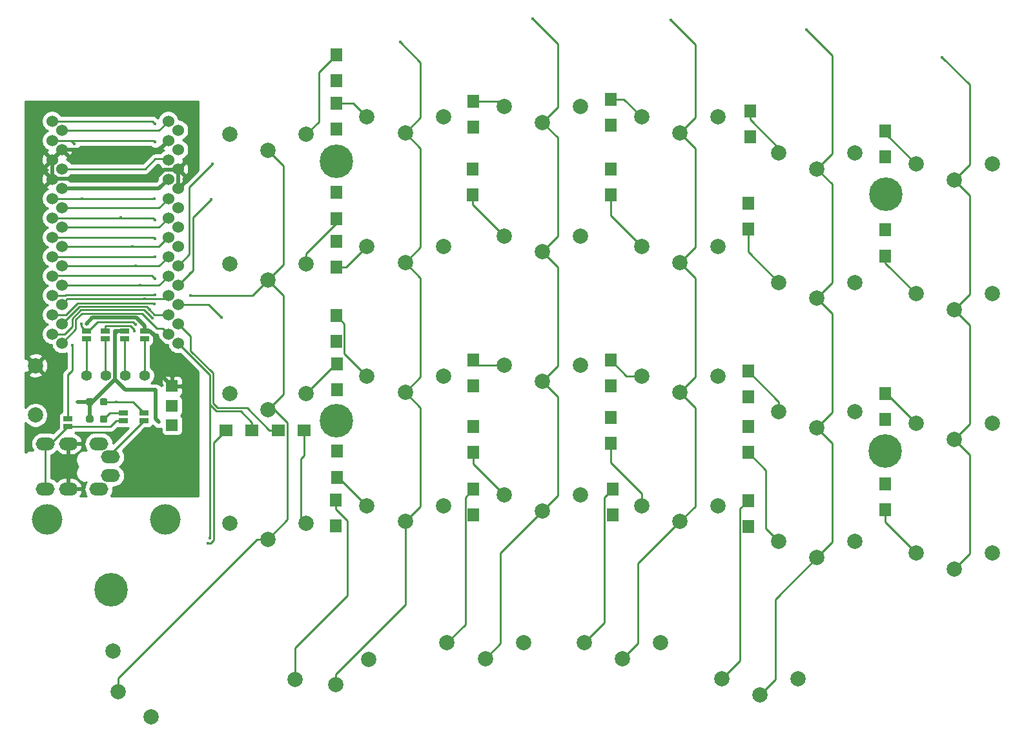
<source format=gtl>
G04 #@! TF.GenerationSoftware,KiCad,Pcbnew,5.1.9*
G04 #@! TF.CreationDate,2021-04-10T12:49:15-07:00*
G04 #@! TF.ProjectId,SofleKeyboard,536f666c-654b-4657-9962-6f6172642e6b,rev?*
G04 #@! TF.SameCoordinates,Original*
G04 #@! TF.FileFunction,Copper,L1,Top*
G04 #@! TF.FilePolarity,Positive*
%FSLAX46Y46*%
G04 Gerber Fmt 4.6, Leading zero omitted, Abs format (unit mm)*
G04 Created by KiCad (PCBNEW 5.1.9) date 2021-04-10 12:49:15*
%MOMM*%
%LPD*%
G01*
G04 APERTURE LIST*
G04 #@! TA.AperFunction,SMDPad,CuDef*
%ADD10R,1.143000X0.635000*%
G04 #@! TD*
G04 #@! TA.AperFunction,ComponentPad*
%ADD11C,4.000000*%
G04 #@! TD*
G04 #@! TA.AperFunction,ComponentPad*
%ADD12C,1.524000*%
G04 #@! TD*
G04 #@! TA.AperFunction,ComponentPad*
%ADD13C,2.000000*%
G04 #@! TD*
G04 #@! TA.AperFunction,ComponentPad*
%ADD14C,1.397000*%
G04 #@! TD*
G04 #@! TA.AperFunction,ComponentPad*
%ADD15R,1.524000X1.524000*%
G04 #@! TD*
G04 #@! TA.AperFunction,ComponentPad*
%ADD16O,2.500000X1.700000*%
G04 #@! TD*
G04 #@! TA.AperFunction,ComponentPad*
%ADD17C,0.700000*%
G04 #@! TD*
G04 #@! TA.AperFunction,ComponentPad*
%ADD18C,4.400000*%
G04 #@! TD*
G04 #@! TA.AperFunction,ComponentPad*
%ADD19R,1.500000X1.800000*%
G04 #@! TD*
G04 #@! TA.AperFunction,ComponentPad*
%ADD20R,1.800000X1.500000*%
G04 #@! TD*
G04 #@! TA.AperFunction,ViaPad*
%ADD21C,0.400000*%
G04 #@! TD*
G04 #@! TA.AperFunction,Conductor*
%ADD22C,0.250000*%
G04 #@! TD*
G04 #@! TA.AperFunction,Conductor*
%ADD23C,0.500000*%
G04 #@! TD*
G04 #@! TA.AperFunction,Conductor*
%ADD24C,0.254000*%
G04 #@! TD*
G04 #@! TA.AperFunction,Conductor*
%ADD25C,0.100000*%
G04 #@! TD*
G04 APERTURE END LIST*
D10*
X103746996Y-93725873D03*
X103746996Y-92725113D03*
X106496996Y-92725113D03*
X106496996Y-93725873D03*
X96500000Y-93500000D03*
X96500000Y-94500760D03*
D11*
X93756996Y-106698013D03*
X109256996Y-106698013D03*
G04 #@! TA.AperFunction,SMDPad,CuDef*
G36*
G01*
X98896268Y-93747478D02*
X98896268Y-93272478D01*
G75*
G02*
X99133768Y-93034978I237500J0D01*
G01*
X99633768Y-93034978D01*
G75*
G02*
X99871268Y-93272478I0J-237500D01*
G01*
X99871268Y-93747478D01*
G75*
G02*
X99633768Y-93984978I-237500J0D01*
G01*
X99133768Y-93984978D01*
G75*
G02*
X98896268Y-93747478I0J237500D01*
G01*
G37*
G04 #@! TD.AperFunction*
G04 #@! TA.AperFunction,SMDPad,CuDef*
G36*
G01*
X100721268Y-93747478D02*
X100721268Y-93272478D01*
G75*
G02*
X100958768Y-93034978I237500J0D01*
G01*
X101458768Y-93034978D01*
G75*
G02*
X101696268Y-93272478I0J-237500D01*
G01*
X101696268Y-93747478D01*
G75*
G02*
X101458768Y-93984978I-237500J0D01*
G01*
X100958768Y-93984978D01*
G75*
G02*
X100721268Y-93747478I0J237500D01*
G01*
G37*
G04 #@! TD.AperFunction*
D12*
X109676996Y-54428013D03*
X109676996Y-56968013D03*
X109676996Y-59508013D03*
X109676996Y-62048013D03*
X109676996Y-64588013D03*
X109676996Y-67128013D03*
X109676996Y-69668013D03*
X109676996Y-72208013D03*
X109676996Y-74748013D03*
X109676996Y-77288013D03*
X109676996Y-79828013D03*
X109676996Y-82368013D03*
X94436996Y-82368013D03*
X94436996Y-79828013D03*
X94436996Y-77288013D03*
X94436996Y-74748013D03*
X94436996Y-72208013D03*
X94436996Y-69668013D03*
X94436996Y-67128013D03*
X94436996Y-64588013D03*
X94436996Y-62048013D03*
X94436996Y-59508013D03*
X94436996Y-56968013D03*
X94436996Y-54428013D03*
X110975811Y-65783758D03*
X110975811Y-70863758D03*
X95735811Y-55623758D03*
X110975811Y-58163758D03*
X110975811Y-81023758D03*
X95735811Y-83563758D03*
X110975811Y-73403758D03*
X110975811Y-75943758D03*
X95735811Y-73403758D03*
X95735811Y-78483758D03*
X95735811Y-65783758D03*
X95735811Y-63243758D03*
X95735811Y-58163758D03*
X95735811Y-68323758D03*
X110975811Y-83563758D03*
X95735811Y-75943758D03*
X110975811Y-55623758D03*
X110975811Y-60703758D03*
X95735811Y-81023758D03*
X110975811Y-63243758D03*
X110975811Y-68323758D03*
X95735811Y-70863758D03*
X110975811Y-78483758D03*
X95735811Y-60703758D03*
D13*
X92256996Y-86500000D03*
X92256996Y-93000000D03*
D10*
X101456996Y-82998393D03*
X101456996Y-81997633D03*
D14*
X98956996Y-87798013D03*
X101496996Y-87798013D03*
X104036996Y-87798013D03*
X106576996Y-87798013D03*
D15*
X110156996Y-89198013D03*
X110156996Y-91798013D03*
X110156996Y-94298013D03*
D10*
X98956996Y-82998393D03*
X98956996Y-81997633D03*
X106556996Y-82998393D03*
X106556996Y-81997633D03*
X103956996Y-82998393D03*
X103956996Y-81997633D03*
D16*
X102056996Y-100948013D03*
X100556996Y-96748013D03*
X96556996Y-96748013D03*
X93556996Y-96748013D03*
X96556996Y-102698013D03*
X93556996Y-102698013D03*
X102056996Y-98498013D03*
X100556996Y-102698013D03*
G04 #@! TA.AperFunction,SMDPad,CuDef*
G36*
G01*
X98896268Y-91497478D02*
X98896268Y-91022478D01*
G75*
G02*
X99133768Y-90784978I237500J0D01*
G01*
X99633768Y-90784978D01*
G75*
G02*
X99871268Y-91022478I0J-237500D01*
G01*
X99871268Y-91497478D01*
G75*
G02*
X99633768Y-91734978I-237500J0D01*
G01*
X99133768Y-91734978D01*
G75*
G02*
X98896268Y-91497478I0J237500D01*
G01*
G37*
G04 #@! TD.AperFunction*
G04 #@! TA.AperFunction,SMDPad,CuDef*
G36*
G01*
X100721268Y-91497478D02*
X100721268Y-91022478D01*
G75*
G02*
X100958768Y-90784978I237500J0D01*
G01*
X101458768Y-90784978D01*
G75*
G02*
X101696268Y-91022478I0J-237500D01*
G01*
X101696268Y-91497478D01*
G75*
G02*
X101458768Y-91734978I-237500J0D01*
G01*
X100958768Y-91734978D01*
G75*
G02*
X100721268Y-91497478I0J237500D01*
G01*
G37*
G04 #@! TD.AperFunction*
D13*
X127747000Y-56178100D03*
X122747000Y-58278100D03*
X117747000Y-56178100D03*
D17*
X204823722Y-96581287D03*
X203656996Y-96098013D03*
X202490270Y-96581287D03*
X202006996Y-97748013D03*
X202490270Y-98914739D03*
X203656996Y-99398013D03*
X204823722Y-98914739D03*
X205306996Y-97748013D03*
D18*
X203656996Y-97748013D03*
D17*
X204913722Y-62858386D03*
X203746996Y-62375112D03*
X202580270Y-62858386D03*
X202096996Y-64025112D03*
X202580270Y-65191838D03*
X203746996Y-65675112D03*
X204913722Y-65191838D03*
X205396996Y-64025112D03*
D18*
X203746996Y-64025112D03*
D13*
X127747000Y-90178100D03*
X122747000Y-92278100D03*
X117747000Y-90178100D03*
X163747000Y-103478100D03*
X158747000Y-105578100D03*
X153747000Y-103478100D03*
X217747000Y-77078100D03*
X212747000Y-79178100D03*
X207747000Y-77078100D03*
X199747000Y-109578100D03*
X194747000Y-111678100D03*
X189747000Y-109578100D03*
X181747000Y-53878100D03*
X176747000Y-55978100D03*
X171747000Y-53878100D03*
X199747000Y-92578100D03*
X194747000Y-94678100D03*
X189747000Y-92578100D03*
D17*
X101040266Y-114785996D03*
X100556992Y-115952722D03*
X101040266Y-117119448D03*
X102206992Y-117602722D03*
X103373718Y-117119448D03*
X103856992Y-115952722D03*
X103373718Y-114785996D03*
X102206992Y-114302722D03*
D18*
X102206992Y-115952722D03*
D13*
X145747000Y-87878100D03*
X140747000Y-89978100D03*
X135747000Y-87878100D03*
X181747000Y-70878100D03*
X176747000Y-72978100D03*
X171747000Y-70878100D03*
X145747000Y-70878100D03*
X140747000Y-72978100D03*
X135747000Y-70878100D03*
X181747000Y-104878100D03*
X176747000Y-106978100D03*
X171747000Y-104878100D03*
X217747000Y-94078100D03*
X212747000Y-96178100D03*
X207747000Y-94078100D03*
X163747000Y-86478100D03*
X158747000Y-88578100D03*
X153747000Y-86478100D03*
X163747000Y-69478100D03*
X158747000Y-71578100D03*
X153747000Y-69478100D03*
X199747000Y-75578100D03*
X194747000Y-77678100D03*
X189747000Y-75578100D03*
X145747000Y-53878100D03*
X140747000Y-55978100D03*
X135747000Y-53878100D03*
X107416099Y-132578140D03*
X103097446Y-129298013D03*
X102416099Y-123917886D03*
X192247000Y-127578100D03*
X187247000Y-129678100D03*
X182247000Y-127578100D03*
X217747000Y-60078100D03*
X212747000Y-62178100D03*
X207747000Y-60078100D03*
X217747000Y-111078100D03*
X212747000Y-113178100D03*
X207747000Y-111078100D03*
X181747000Y-87878100D03*
X176747000Y-89978100D03*
X171747000Y-87878100D03*
X145747000Y-104878100D03*
X140747000Y-106978100D03*
X135747000Y-104878100D03*
D17*
X132913722Y-92558387D03*
X131746996Y-92075113D03*
X130580270Y-92558387D03*
X130096996Y-93725113D03*
X130580270Y-94891839D03*
X131746996Y-95375113D03*
X132913722Y-94891839D03*
X133396996Y-93725113D03*
D18*
X131746996Y-93725113D03*
D13*
X127747000Y-107178100D03*
X122747000Y-109278100D03*
X117747000Y-107178100D03*
X199747000Y-58578100D03*
X194747000Y-60678100D03*
X189747000Y-58578100D03*
X135940142Y-125074423D03*
X131654032Y-128396962D03*
X126280883Y-127662613D03*
X156247000Y-122878100D03*
X151247000Y-124978100D03*
X146247000Y-122878100D03*
X174247000Y-122878100D03*
X169247000Y-124978100D03*
X164247000Y-122878100D03*
X127747000Y-73178100D03*
X122747000Y-75278100D03*
X117747000Y-73178100D03*
X163747000Y-52478100D03*
X158747000Y-54578100D03*
X153747000Y-52478100D03*
D17*
X132913722Y-58558387D03*
X131746996Y-58075113D03*
X130580270Y-58558387D03*
X130096996Y-59725113D03*
X130580270Y-60891839D03*
X131746996Y-61375113D03*
X132913722Y-60891839D03*
X133396996Y-59725113D03*
D18*
X131746996Y-59725113D03*
D19*
X167956992Y-102702722D03*
X167956992Y-106102722D03*
X149706992Y-102702722D03*
X149706992Y-106102722D03*
X131606992Y-104152722D03*
X131606992Y-107552722D03*
D20*
X117250000Y-95000000D03*
X120650000Y-95000000D03*
D19*
X203706992Y-105452722D03*
X203706992Y-102052722D03*
X185706992Y-97902722D03*
X185706992Y-94502722D03*
X167706992Y-96702722D03*
X167706992Y-93302722D03*
X149706992Y-97902722D03*
X149706992Y-94502722D03*
X131806992Y-101152722D03*
X131806992Y-97752722D03*
D20*
X127500000Y-95000000D03*
X124100000Y-95000000D03*
D19*
X203706992Y-90202722D03*
X203706992Y-93602722D03*
X185706992Y-87202722D03*
X185706992Y-90602722D03*
X167706992Y-85802722D03*
X167706992Y-89202722D03*
X149706992Y-85802722D03*
X149706992Y-89202722D03*
X131706992Y-79952722D03*
X131706992Y-83352722D03*
X131806992Y-86252722D03*
X131806992Y-89652722D03*
X203706992Y-72102722D03*
X203706992Y-68702722D03*
X185706992Y-68602722D03*
X185706992Y-65202722D03*
X167706992Y-64102722D03*
X167706992Y-60702722D03*
X149600000Y-64102722D03*
X149600000Y-60702722D03*
X131706992Y-73602722D03*
X131706992Y-70202722D03*
X131706992Y-67202722D03*
X131706992Y-63802722D03*
X203731992Y-55702722D03*
X203731992Y-59102722D03*
X185956992Y-53052722D03*
X185956992Y-56452722D03*
X167706992Y-51552722D03*
X167706992Y-54952722D03*
X149706992Y-51802722D03*
X149706992Y-55202722D03*
X131706992Y-52052722D03*
X131706992Y-55452722D03*
X131706992Y-45702722D03*
X131706992Y-49102722D03*
X185706992Y-104202722D03*
X185706992Y-107602722D03*
D21*
X107584829Y-80270182D03*
X115106992Y-109152722D03*
X107956996Y-72198013D03*
X115506992Y-60052722D03*
X107956996Y-75098013D03*
X115306992Y-64652722D03*
X107956996Y-77198013D03*
X116656992Y-80202722D03*
X107856996Y-78398013D03*
X114879120Y-109819440D03*
X102656996Y-63243758D03*
X102657004Y-81998013D03*
X108456996Y-93898013D03*
X97756268Y-91259978D03*
X98956996Y-80998013D03*
X99156996Y-58163758D03*
X99156996Y-61998013D03*
X108956996Y-87898013D03*
X104931996Y-70863758D03*
X211186992Y-46042722D03*
X105431996Y-73403758D03*
X193356992Y-42422722D03*
X105956996Y-75943758D03*
X175556992Y-41137732D03*
X106556996Y-77773013D03*
X157456992Y-41002722D03*
X107256996Y-79198013D03*
X140106992Y-44052722D03*
X107856996Y-64598013D03*
X98306996Y-81003860D03*
X98356996Y-64588013D03*
X105356996Y-81098013D03*
X101208768Y-93509978D03*
X107957002Y-54798013D03*
X107957014Y-67398013D03*
X103456996Y-67098013D03*
X105256996Y-81998013D03*
X102836268Y-91259978D03*
X107956988Y-69898013D03*
X97356996Y-57398013D03*
X107956996Y-57198013D03*
X97056996Y-83798013D03*
X112556996Y-77298013D03*
D22*
X129422001Y-54503099D02*
X127747000Y-56178100D01*
X129422001Y-47987713D02*
X129422001Y-54503099D01*
X131706992Y-45702722D02*
X129422001Y-47987713D01*
X106512682Y-79198035D02*
X107584829Y-80270182D01*
X97056996Y-81398013D02*
X97056996Y-80338983D01*
X97056996Y-80338983D02*
X98197944Y-79198035D01*
X98197944Y-79198035D02*
X106512682Y-79198035D01*
X94436996Y-82368013D02*
X96086996Y-82368013D01*
X96086996Y-82368013D02*
X97056996Y-81398013D01*
X115106992Y-91628642D02*
X115106992Y-91096372D01*
X115983039Y-92504689D02*
X115106992Y-91628642D01*
X119154690Y-92504690D02*
X115983039Y-92504689D01*
X120650000Y-94000000D02*
X119154690Y-92504690D01*
X120650000Y-95000000D02*
X120650000Y-94000000D01*
X115106992Y-109152722D02*
X115106992Y-91096372D01*
X115106992Y-87694940D02*
X114861526Y-87449474D01*
X115106992Y-91096372D02*
X115106992Y-87694940D01*
X114861526Y-87449474D02*
X110975811Y-83563758D01*
X115106992Y-87694939D02*
X114861526Y-87449474D01*
X133921622Y-52052722D02*
X135747000Y-53878100D01*
X131706992Y-52052722D02*
X133921622Y-52052722D01*
X153071622Y-51802722D02*
X153747000Y-52478100D01*
X149706992Y-51802722D02*
X153071622Y-51802722D01*
X107946996Y-72208013D02*
X107956996Y-72198013D01*
X94436996Y-72208013D02*
X107946996Y-72208013D01*
X112456992Y-71922577D02*
X110975811Y-73403758D01*
X112456992Y-63102722D02*
X115506992Y-60052722D01*
X112456992Y-71922577D02*
X112456992Y-63102722D01*
X169421622Y-51552722D02*
X171747000Y-53878100D01*
X167706992Y-51552722D02*
X169421622Y-51552722D01*
X107506996Y-74648013D02*
X107956996Y-75098013D01*
X94486996Y-74648013D02*
X107506996Y-74648013D01*
X112621556Y-74298013D02*
X110975811Y-75943758D01*
X112907002Y-74012567D02*
X110975811Y-75943758D01*
X112907002Y-67052712D02*
X115306992Y-64652722D01*
X112907002Y-74012567D02*
X112907002Y-67052712D01*
X189747000Y-57992730D02*
X189747000Y-58578100D01*
X185956992Y-54202722D02*
X189747000Y-57992730D01*
X185956992Y-53052722D02*
X185956992Y-54202722D01*
X94436996Y-77288013D02*
X96162751Y-77288013D01*
X96162751Y-77288013D02*
X96252751Y-77198013D01*
X96252751Y-77198013D02*
X107956996Y-77198013D01*
X111256847Y-78202722D02*
X110975811Y-78483758D01*
X114938028Y-78483758D02*
X116656992Y-80202722D01*
X110975811Y-78483758D02*
X114938028Y-78483758D01*
X203731992Y-56063092D02*
X207747000Y-60078100D01*
X203731992Y-55702722D02*
X203731992Y-56063092D01*
X107756996Y-78298013D02*
X107856996Y-78398013D01*
X97756996Y-78298013D02*
X107756996Y-78298013D01*
X96226996Y-79828013D02*
X97756996Y-78298013D01*
X94436996Y-79828013D02*
X96226996Y-79828013D01*
X112604088Y-82652035D02*
X110975811Y-81023758D01*
X112604088Y-84555625D02*
X112604088Y-82652035D01*
X122950000Y-95000000D02*
X120004680Y-92054680D01*
X124100000Y-95000000D02*
X122950000Y-95000000D01*
X115557002Y-91442242D02*
X115557002Y-90220502D01*
X116169440Y-92054680D02*
X115557002Y-91442242D01*
X120004680Y-92054680D02*
X116169440Y-92054680D01*
X115557002Y-87508540D02*
X115370231Y-87321769D01*
X115557002Y-89674998D02*
X115557002Y-87508540D01*
X115370231Y-87321769D02*
X112604088Y-84555625D01*
X115557001Y-87508538D02*
X115370231Y-87321769D01*
X115557002Y-90220502D02*
X115557002Y-89674998D01*
X115557002Y-89674998D02*
X115557001Y-89508538D01*
X131706992Y-67803895D02*
X131706992Y-67202722D01*
X127747000Y-71763887D02*
X131706992Y-67803895D01*
X127747000Y-73178100D02*
X127747000Y-71763887D01*
X133022378Y-73602722D02*
X135747000Y-70878100D01*
X131706992Y-73602722D02*
X133022378Y-73602722D01*
X149600000Y-65331100D02*
X153747000Y-69478100D01*
X149600000Y-64102722D02*
X149600000Y-65331100D01*
X167706992Y-66838092D02*
X167706992Y-64102722D01*
X171747000Y-70878100D02*
X167706992Y-66838092D01*
X185706992Y-71538092D02*
X189747000Y-75578100D01*
X185706992Y-68602722D02*
X185706992Y-71538092D01*
X203706992Y-73038092D02*
X207747000Y-77078100D01*
X203706992Y-72102722D02*
X203706992Y-73038092D01*
X131672378Y-86252722D02*
X131806992Y-86252722D01*
X127747000Y-90178100D02*
X131672378Y-86252722D01*
X132781993Y-81027723D02*
X131706992Y-79952722D01*
X132781993Y-84913093D02*
X132781993Y-81027723D01*
X135747000Y-87878100D02*
X132781993Y-84913093D01*
X150382370Y-86478100D02*
X149706992Y-85802722D01*
X153747000Y-86478100D02*
X150382370Y-86478100D01*
X169782370Y-87878100D02*
X167706992Y-85802722D01*
X171747000Y-87878100D02*
X169782370Y-87878100D01*
X189747000Y-91242730D02*
X185706992Y-87202722D01*
X189747000Y-92578100D02*
X189747000Y-91242730D01*
X203871622Y-90202722D02*
X203706992Y-90202722D01*
X207747000Y-94078100D02*
X203871622Y-90202722D01*
X127041999Y-106473099D02*
X127747000Y-107178100D01*
X127041999Y-98734099D02*
X127041999Y-106473099D01*
X127500000Y-98276098D02*
X127041999Y-98734099D01*
X127500000Y-95000000D02*
X127500000Y-98276098D01*
X132021622Y-101152722D02*
X135747000Y-104878100D01*
X131806992Y-101152722D02*
X132021622Y-101152722D01*
X149706992Y-99438092D02*
X153747000Y-103478100D01*
X149706992Y-97902722D02*
X149706992Y-99438092D01*
X171747000Y-103317102D02*
X171747000Y-104878100D01*
X167706992Y-99277094D02*
X171747000Y-103317102D01*
X167706992Y-96702722D02*
X167706992Y-99277094D01*
X188071999Y-107903099D02*
X189747000Y-109578100D01*
X188071999Y-100267729D02*
X188071999Y-107903099D01*
X185706992Y-97902722D02*
X188071999Y-100267729D01*
X203706992Y-107038092D02*
X207747000Y-111078100D01*
X203706992Y-105452722D02*
X203706992Y-107038092D01*
X115217276Y-109819440D02*
X114879120Y-109819440D01*
X115631993Y-109404723D02*
X115217276Y-109819440D01*
X115631993Y-96618007D02*
X115631993Y-109404723D01*
X117250000Y-95000000D02*
X115631993Y-96618007D01*
X126280883Y-123547115D02*
X126280883Y-127662613D01*
X133157092Y-116670906D02*
X126280883Y-123547115D01*
X133157092Y-106867820D02*
X133157092Y-116670906D01*
X131606992Y-105317720D02*
X133157092Y-106867820D01*
X131606992Y-104152722D02*
X131606992Y-105317720D01*
X148631991Y-120493109D02*
X146247000Y-122878100D01*
X148631991Y-103777723D02*
X148631991Y-120493109D01*
X149706992Y-102702722D02*
X148631991Y-103777723D01*
D23*
X99734813Y-91259978D02*
X97756268Y-91259978D01*
X108056996Y-93498013D02*
X108456996Y-93898013D01*
X102657004Y-81998013D02*
X102657004Y-88337787D01*
X102657384Y-81997633D02*
X102657004Y-81998013D01*
X109676996Y-62048013D02*
X108481251Y-63243758D01*
X95681556Y-63298013D02*
X95735811Y-63243758D01*
X102657004Y-81998013D02*
X102756996Y-82098005D01*
X103956996Y-81997633D02*
X102657384Y-81997633D01*
X102656996Y-63243758D02*
X95735811Y-63243758D01*
X102657004Y-88337787D02*
X104017230Y-89698013D01*
X104017230Y-89698013D02*
X108056996Y-89698013D01*
X102657004Y-88337787D02*
X99734813Y-91259978D01*
X108481251Y-63243758D02*
X102656996Y-63243758D01*
X108056996Y-89698013D02*
X108056996Y-93498013D01*
X102657004Y-81998013D02*
X102888495Y-82229504D01*
X100356986Y-102498003D02*
X100556996Y-102698013D01*
X99383768Y-93509978D02*
X99383768Y-91259978D01*
X99731952Y-80223057D02*
X105482038Y-80223057D01*
X94486996Y-61998013D02*
X99156996Y-61998013D01*
X94436996Y-62048013D02*
X94486996Y-61998013D01*
X105482038Y-80223057D02*
X106556996Y-81298015D01*
X106556996Y-81298015D02*
X106556996Y-81997633D01*
X98956996Y-80998013D02*
X99731952Y-80223057D01*
X95735811Y-58163758D02*
X99156996Y-58163758D01*
X107933234Y-61998013D02*
X109133234Y-60798013D01*
X99156996Y-58163758D02*
X108481251Y-58163758D01*
X94436996Y-62048013D02*
X94436996Y-59508013D01*
X106556996Y-81997633D02*
X107255238Y-81997633D01*
X110975811Y-60703758D02*
X110975811Y-63243758D01*
X107933234Y-61998013D02*
X99156996Y-61998013D01*
X109133234Y-60798013D02*
X110956996Y-60798013D01*
X93926996Y-58998013D02*
X94436996Y-59508013D01*
X108481251Y-58163758D02*
X109676996Y-56968013D01*
X108956996Y-87998013D02*
X110156996Y-89198013D01*
X108956996Y-87898013D02*
X108956996Y-87998013D01*
X107255238Y-81997633D02*
X108956996Y-83699391D01*
X108956996Y-83699391D02*
X108956996Y-87898013D01*
X94436996Y-59508013D02*
X94436996Y-59462573D01*
X94436996Y-59462573D02*
X95735811Y-58163758D01*
D22*
X108422741Y-70863758D02*
X108426996Y-70868013D01*
X108426996Y-70868013D02*
X109726996Y-69568013D01*
X104931996Y-70863758D02*
X95735811Y-70863758D01*
X108422741Y-70863758D02*
X104931996Y-70863758D01*
X214772001Y-98203101D02*
X212747000Y-96178100D01*
X214772001Y-111153099D02*
X214772001Y-98203101D01*
X212747000Y-113178100D02*
X214772001Y-111153099D01*
X214772001Y-81203101D02*
X212747000Y-79178100D01*
X214772001Y-94153099D02*
X214772001Y-81203101D01*
X212747000Y-96178100D02*
X214772001Y-94153099D01*
X214772001Y-64203101D02*
X212747000Y-62178100D01*
X214772001Y-77153099D02*
X214772001Y-64203101D01*
X212747000Y-79178100D02*
X214772001Y-77153099D01*
X214772001Y-60153099D02*
X212747000Y-62178100D01*
X214772001Y-49627731D02*
X214772001Y-60153099D01*
X211186992Y-46042722D02*
X214772001Y-49627731D01*
X108481251Y-73403758D02*
X109676996Y-72208013D01*
X105431996Y-73403758D02*
X108481251Y-73403758D01*
X95735811Y-73403758D02*
X105431996Y-73403758D01*
X189272001Y-117153099D02*
X194747000Y-111678100D01*
X189272001Y-127653099D02*
X189272001Y-117153099D01*
X187247000Y-129678100D02*
X189272001Y-127653099D01*
X196772001Y-109653099D02*
X194747000Y-111678100D01*
X196772001Y-96703101D02*
X196772001Y-109653099D01*
X194747000Y-94678100D02*
X196772001Y-96703101D01*
X196772001Y-92653099D02*
X194747000Y-94678100D01*
X196772001Y-79703101D02*
X196772001Y-92653099D01*
X194747000Y-77678100D02*
X196772001Y-79703101D01*
X196772001Y-75653099D02*
X194747000Y-77678100D01*
X196772001Y-62703101D02*
X196772001Y-75653099D01*
X194747000Y-60678100D02*
X196772001Y-62703101D01*
X196772001Y-58653099D02*
X194747000Y-60678100D01*
X196772001Y-45837731D02*
X196772001Y-58653099D01*
X193356992Y-42422722D02*
X196772001Y-45837731D01*
X109676996Y-74748013D02*
X108481251Y-75943758D01*
X105956996Y-75943758D02*
X95735811Y-75943758D01*
X108481251Y-75943758D02*
X105956996Y-75943758D01*
X171272001Y-112453099D02*
X176747000Y-106978100D01*
X171272001Y-122953099D02*
X171272001Y-112453099D01*
X169247000Y-124978100D02*
X171272001Y-122953099D01*
X178772001Y-53953099D02*
X176747000Y-55978100D01*
X178772001Y-44352741D02*
X178772001Y-53953099D01*
X175556992Y-41137732D02*
X178772001Y-44352741D01*
X178772001Y-70953099D02*
X176747000Y-72978100D01*
X178772001Y-58003101D02*
X178772001Y-70953099D01*
X176747000Y-55978100D02*
X178772001Y-58003101D01*
X178772001Y-87953099D02*
X176747000Y-89978100D01*
X178772001Y-75003101D02*
X178772001Y-87953099D01*
X176747000Y-72978100D02*
X178772001Y-75003101D01*
X178772001Y-104953099D02*
X176747000Y-106978100D01*
X178772001Y-92003101D02*
X178772001Y-104953099D01*
X176747000Y-89978100D02*
X178772001Y-92003101D01*
X106556996Y-77773013D02*
X96446556Y-77773013D01*
X106556996Y-77773013D02*
X109191996Y-77773013D01*
X109191996Y-77773013D02*
X109676996Y-77288013D01*
X96446556Y-77773013D02*
X95735811Y-78483758D01*
X153272001Y-111053099D02*
X158747000Y-105578100D01*
X153272001Y-122953099D02*
X153272001Y-111053099D01*
X151247000Y-124978100D02*
X153272001Y-122953099D01*
X160772001Y-73603101D02*
X158747000Y-71578100D01*
X160772001Y-86553099D02*
X160772001Y-73603101D01*
X158747000Y-88578100D02*
X160772001Y-86553099D01*
X160772001Y-56603101D02*
X158747000Y-54578100D01*
X160772001Y-69553099D02*
X160772001Y-56603101D01*
X158747000Y-71578100D02*
X160772001Y-69553099D01*
X160772001Y-52553099D02*
X158747000Y-54578100D01*
X160772001Y-44317731D02*
X160772001Y-52553099D01*
X157456992Y-41002722D02*
X160772001Y-44317731D01*
X160772001Y-103553099D02*
X158747000Y-105578100D01*
X160772001Y-90603101D02*
X160772001Y-103553099D01*
X158747000Y-88578100D02*
X160772001Y-90603101D01*
X106807007Y-78748024D02*
X107256996Y-79198013D01*
X95735811Y-81023758D02*
X98011545Y-78748024D01*
X98011545Y-78748024D02*
X106807007Y-78748024D01*
X107886996Y-79828013D02*
X107256996Y-79198013D01*
X109676996Y-79828013D02*
X107886996Y-79828013D01*
X140747000Y-117889781D02*
X140747000Y-106978100D01*
X131654032Y-126982749D02*
X140747000Y-117889781D01*
X131654032Y-128396962D02*
X131654032Y-126982749D01*
X142772001Y-75003101D02*
X140747000Y-72978100D01*
X142772001Y-87953099D02*
X142772001Y-75003101D01*
X140747000Y-89978100D02*
X142772001Y-87953099D01*
X142772001Y-58003101D02*
X140747000Y-55978100D01*
X142772001Y-70953099D02*
X142772001Y-58003101D01*
X140747000Y-72978100D02*
X142772001Y-70953099D01*
X140747000Y-106978100D02*
X142772001Y-104953099D01*
X142772001Y-104953099D02*
X142772001Y-92003101D01*
X142772001Y-92003101D02*
X140747000Y-89978100D01*
X142772001Y-53953099D02*
X140747000Y-55978100D01*
X142772001Y-46717731D02*
X142772001Y-53953099D01*
X140106992Y-44052722D02*
X142772001Y-46717731D01*
X100410561Y-80798068D02*
X105057051Y-80798068D01*
X98956996Y-81997633D02*
X99210996Y-81997633D01*
X98356996Y-64588013D02*
X107846996Y-64588013D01*
X98306996Y-81347633D02*
X98306996Y-81003860D01*
X105057051Y-80798068D02*
X105356996Y-81098013D01*
X94436996Y-64588013D02*
X98356996Y-64588013D01*
X99210996Y-81997633D02*
X100410561Y-80798068D01*
X98956996Y-81997633D02*
X98306996Y-81347633D01*
X94134303Y-64588013D02*
X94436996Y-64588013D01*
X107846996Y-64588013D02*
X107856996Y-64598013D01*
X101993633Y-92725113D02*
X101208768Y-93509978D01*
X103746996Y-92725113D02*
X101993633Y-92725113D01*
X94436996Y-54428013D02*
X107587002Y-54428013D01*
X107587002Y-54428013D02*
X107957002Y-54798013D01*
X101456996Y-81997633D02*
X101456996Y-81298013D01*
X101456996Y-81298013D02*
X104731378Y-81298013D01*
X107957014Y-67398013D02*
X107687014Y-67128013D01*
X107687014Y-67128013D02*
X94436996Y-67128013D01*
X105256996Y-81823631D02*
X105256996Y-81998013D01*
X93844303Y-67128013D02*
X94436996Y-67128013D01*
X104731378Y-81298013D02*
X105256996Y-81823631D01*
X101208768Y-91259978D02*
X102836268Y-91259978D01*
X105031861Y-91259978D02*
X101208768Y-91259978D01*
X106496996Y-92725113D02*
X105031861Y-91259978D01*
X95735811Y-60703758D02*
X106651251Y-60703758D01*
X106651251Y-60703758D02*
X107956996Y-59398013D01*
X107956996Y-59398013D02*
X109716996Y-59398013D01*
X109716996Y-59398013D02*
X109726996Y-59408013D01*
X166881991Y-120243109D02*
X164247000Y-122878100D01*
X166881991Y-103777723D02*
X166881991Y-120243109D01*
X167956992Y-102702722D02*
X166881991Y-103777723D01*
X95735811Y-55623758D02*
X108481251Y-55623758D01*
X108481251Y-55623758D02*
X109676996Y-54428013D01*
X107726988Y-69668013D02*
X107956988Y-69898013D01*
X94436996Y-69668013D02*
X107726988Y-69668013D01*
X96956996Y-56968013D02*
X107726996Y-56968013D01*
X96956996Y-56998013D02*
X97356996Y-57398013D01*
X94436996Y-56968013D02*
X96956996Y-56968013D01*
X96956996Y-56968013D02*
X97226996Y-56968013D01*
X96956996Y-56968013D02*
X96956996Y-56998013D01*
X107726996Y-56968013D02*
X107956996Y-57198013D01*
X96706450Y-87502180D02*
X96706450Y-87502179D01*
X96581450Y-87627180D02*
X96706450Y-87502180D01*
X96706450Y-87502180D02*
X96510996Y-87697633D01*
X97056996Y-87151634D02*
X96581450Y-87627180D01*
X97056996Y-83798013D02*
X97056996Y-87151634D01*
X96500000Y-87708630D02*
X96581450Y-87627180D01*
X96500000Y-93500000D02*
X96500000Y-87708630D01*
X98956996Y-82998393D02*
X98956996Y-87798013D01*
X101456996Y-82998393D02*
X101456996Y-87758013D01*
X101456996Y-87758013D02*
X101496996Y-87798013D01*
X103956996Y-87718013D02*
X104036996Y-87798013D01*
X103956996Y-82998393D02*
X103956996Y-87718013D01*
X106556996Y-87778013D02*
X106576996Y-87798013D01*
X106556996Y-82998393D02*
X106556996Y-87778013D01*
X184631991Y-125193109D02*
X182247000Y-127578100D01*
X184631991Y-105277723D02*
X184631991Y-125193109D01*
X185706992Y-104202722D02*
X184631991Y-105277723D01*
X97556996Y-81742573D02*
X97556996Y-80478672D01*
X98387622Y-79648046D02*
X106220215Y-79648046D01*
X95735811Y-83563758D02*
X97556996Y-81742573D01*
X106220215Y-79648046D02*
X108178183Y-81606014D01*
X108178183Y-81606014D02*
X108914997Y-81606014D01*
X108914997Y-81606014D02*
X109676996Y-82368013D01*
X97556996Y-80478672D02*
X98387622Y-79648046D01*
X122747000Y-75278100D02*
X120721999Y-77303101D01*
X123613102Y-92278100D02*
X122747000Y-92278100D01*
X125325001Y-93989999D02*
X123613102Y-92278100D01*
X125325001Y-106700099D02*
X125325001Y-93989999D01*
X122747000Y-109278100D02*
X125325001Y-106700099D01*
X103097446Y-127513441D02*
X103097446Y-129298013D01*
X121332787Y-109278100D02*
X103097446Y-127513441D01*
X122747000Y-109278100D02*
X121332787Y-109278100D01*
X117078011Y-77298013D02*
X117083099Y-77303101D01*
X112556996Y-77298013D02*
X117078011Y-77298013D01*
X117083099Y-77303101D02*
X114551908Y-77303101D01*
X120721999Y-77303101D02*
X117083099Y-77303101D01*
X124772001Y-90253099D02*
X122747000Y-92278100D01*
X124772001Y-77303101D02*
X124772001Y-90253099D01*
X122747000Y-75278100D02*
X124772001Y-77303101D01*
X124772001Y-73253099D02*
X122747000Y-75278100D01*
X124772001Y-60303101D02*
X124772001Y-73253099D01*
X122747000Y-58278100D02*
X124772001Y-60303101D01*
X108481251Y-68323758D02*
X109676996Y-67128013D01*
X95735811Y-68323758D02*
X108481251Y-68323758D01*
X95735811Y-65783758D02*
X108481251Y-65783758D01*
X108481251Y-65783758D02*
X109676996Y-64588013D01*
X102456996Y-98498013D02*
X102056996Y-98498013D01*
X102056996Y-98165873D02*
X106496996Y-93725873D01*
X102056996Y-98498013D02*
X102056996Y-98165873D01*
X93956996Y-96748013D02*
X93556996Y-96748013D01*
X93556996Y-96748013D02*
X93556996Y-102698013D01*
X94252747Y-96748013D02*
X96500000Y-94500760D01*
X93556996Y-96748013D02*
X94252747Y-96748013D01*
X102887717Y-93725873D02*
X103746996Y-93725873D01*
X102112830Y-94500760D02*
X102887717Y-93725873D01*
X96500000Y-94500760D02*
X102112830Y-94500760D01*
D24*
X107638182Y-82146015D02*
X107667180Y-82169813D01*
X107753906Y-82240988D01*
X107833221Y-82283383D01*
X107885936Y-82311560D01*
X108029197Y-82355017D01*
X108140850Y-82366014D01*
X108140860Y-82366014D01*
X108178183Y-82369690D01*
X108215506Y-82366014D01*
X108279996Y-82366014D01*
X108279996Y-82505605D01*
X108333682Y-82775503D01*
X108438991Y-83029740D01*
X108591876Y-83258548D01*
X108786461Y-83453133D01*
X109015269Y-83606018D01*
X109269506Y-83711327D01*
X109539404Y-83765013D01*
X109591474Y-83765013D01*
X109632497Y-83971248D01*
X109737806Y-84225485D01*
X109890691Y-84454293D01*
X110085276Y-84648878D01*
X110314084Y-84801763D01*
X110568321Y-84907072D01*
X110838219Y-84960758D01*
X111113403Y-84960758D01*
X111267381Y-84930130D01*
X113619996Y-87282746D01*
X113619996Y-103598113D01*
X102139363Y-103598113D01*
X102197702Y-103527027D01*
X102335595Y-103269047D01*
X102420509Y-102989124D01*
X102449181Y-102698013D01*
X102423081Y-102433013D01*
X102529946Y-102433013D01*
X102748107Y-102411526D01*
X103028030Y-102326612D01*
X103286010Y-102188719D01*
X103512130Y-102003147D01*
X103697702Y-101777027D01*
X103835595Y-101519047D01*
X103920509Y-101239124D01*
X103949181Y-100948013D01*
X103920509Y-100656902D01*
X103835595Y-100376979D01*
X103697702Y-100118999D01*
X103512130Y-99892879D01*
X103305148Y-99723013D01*
X103512130Y-99553147D01*
X103697702Y-99327027D01*
X103835595Y-99069047D01*
X103920509Y-98789124D01*
X103949181Y-98498013D01*
X103920509Y-98206902D01*
X103835595Y-97926979D01*
X103697702Y-97668999D01*
X103666586Y-97631084D01*
X106616226Y-94681445D01*
X107068496Y-94681445D01*
X107192978Y-94669185D01*
X107312676Y-94632875D01*
X107422990Y-94573910D01*
X107519681Y-94494558D01*
X107599033Y-94397867D01*
X107636039Y-94328634D01*
X107861950Y-94554545D01*
X107962937Y-94637423D01*
X108116682Y-94719601D01*
X108283505Y-94770207D01*
X108456995Y-94787294D01*
X108630485Y-94770207D01*
X108756924Y-94731852D01*
X108756924Y-95060013D01*
X108769184Y-95184495D01*
X108805494Y-95304193D01*
X108864459Y-95414507D01*
X108943811Y-95511198D01*
X109040502Y-95590550D01*
X109150816Y-95649515D01*
X109270514Y-95685825D01*
X109394996Y-95698085D01*
X110918996Y-95698085D01*
X111043478Y-95685825D01*
X111163176Y-95649515D01*
X111273490Y-95590550D01*
X111370181Y-95511198D01*
X111449533Y-95414507D01*
X111508498Y-95304193D01*
X111544808Y-95184495D01*
X111557068Y-95060013D01*
X111557068Y-93536013D01*
X111544808Y-93411531D01*
X111508498Y-93291833D01*
X111449533Y-93181519D01*
X111370181Y-93084828D01*
X111325322Y-93048013D01*
X111370181Y-93011198D01*
X111449533Y-92914507D01*
X111508498Y-92804193D01*
X111544808Y-92684495D01*
X111557068Y-92560013D01*
X111557068Y-91036013D01*
X111544808Y-90911531D01*
X111508498Y-90791833D01*
X111449533Y-90681519D01*
X111370181Y-90584828D01*
X111273490Y-90505476D01*
X111259528Y-90498013D01*
X111273490Y-90490550D01*
X111370181Y-90411198D01*
X111449533Y-90314507D01*
X111508498Y-90204193D01*
X111544808Y-90084495D01*
X111557068Y-89960013D01*
X111553996Y-89483763D01*
X111395246Y-89325013D01*
X110283996Y-89325013D01*
X110283996Y-89345013D01*
X110029996Y-89345013D01*
X110029996Y-89325013D01*
X110009996Y-89325013D01*
X110009996Y-89071013D01*
X110029996Y-89071013D01*
X110029996Y-87959763D01*
X110283996Y-87959763D01*
X110283996Y-89071013D01*
X111395246Y-89071013D01*
X111553996Y-88912263D01*
X111557068Y-88436013D01*
X111544808Y-88311531D01*
X111508498Y-88191833D01*
X111449533Y-88081519D01*
X111370181Y-87984828D01*
X111273490Y-87905476D01*
X111163176Y-87846511D01*
X111043478Y-87810201D01*
X110918996Y-87797941D01*
X110442746Y-87801013D01*
X110283996Y-87959763D01*
X110029996Y-87959763D01*
X109871246Y-87801013D01*
X109394996Y-87797941D01*
X109270514Y-87810201D01*
X109150816Y-87846511D01*
X109040502Y-87905476D01*
X108943811Y-87984828D01*
X108864459Y-88081519D01*
X108805494Y-88191833D01*
X108769184Y-88311531D01*
X108756924Y-88436013D01*
X108759996Y-88912263D01*
X108918744Y-89071011D01*
X108759996Y-89071011D01*
X108759996Y-89159587D01*
X108685813Y-89069196D01*
X108551055Y-88958602D01*
X108397309Y-88876424D01*
X108230486Y-88825818D01*
X108100473Y-88813013D01*
X108100472Y-88813013D01*
X108056996Y-88808731D01*
X108013519Y-88813013D01*
X107447850Y-88813013D01*
X107612793Y-88648070D01*
X107758728Y-88429662D01*
X107859250Y-88186981D01*
X107910496Y-87929351D01*
X107910496Y-87666675D01*
X107859250Y-87409045D01*
X107758728Y-87166364D01*
X107612793Y-86947956D01*
X107427053Y-86762216D01*
X107316996Y-86688679D01*
X107316996Y-83922285D01*
X107372676Y-83905395D01*
X107482990Y-83846430D01*
X107579681Y-83767078D01*
X107659033Y-83670387D01*
X107717998Y-83560073D01*
X107754308Y-83440375D01*
X107766568Y-83315893D01*
X107766568Y-82680893D01*
X107754308Y-82556411D01*
X107736593Y-82498013D01*
X107754308Y-82439615D01*
X107766568Y-82315133D01*
X107763496Y-82283383D01*
X107604748Y-82124635D01*
X107620636Y-82124635D01*
X107638182Y-82146015D01*
G04 #@! TA.AperFunction,Conductor*
D25*
G36*
X107638182Y-82146015D02*
G01*
X107667180Y-82169813D01*
X107753906Y-82240988D01*
X107833221Y-82283383D01*
X107885936Y-82311560D01*
X108029197Y-82355017D01*
X108140850Y-82366014D01*
X108140860Y-82366014D01*
X108178183Y-82369690D01*
X108215506Y-82366014D01*
X108279996Y-82366014D01*
X108279996Y-82505605D01*
X108333682Y-82775503D01*
X108438991Y-83029740D01*
X108591876Y-83258548D01*
X108786461Y-83453133D01*
X109015269Y-83606018D01*
X109269506Y-83711327D01*
X109539404Y-83765013D01*
X109591474Y-83765013D01*
X109632497Y-83971248D01*
X109737806Y-84225485D01*
X109890691Y-84454293D01*
X110085276Y-84648878D01*
X110314084Y-84801763D01*
X110568321Y-84907072D01*
X110838219Y-84960758D01*
X111113403Y-84960758D01*
X111267381Y-84930130D01*
X113619996Y-87282746D01*
X113619996Y-103598113D01*
X102139363Y-103598113D01*
X102197702Y-103527027D01*
X102335595Y-103269047D01*
X102420509Y-102989124D01*
X102449181Y-102698013D01*
X102423081Y-102433013D01*
X102529946Y-102433013D01*
X102748107Y-102411526D01*
X103028030Y-102326612D01*
X103286010Y-102188719D01*
X103512130Y-102003147D01*
X103697702Y-101777027D01*
X103835595Y-101519047D01*
X103920509Y-101239124D01*
X103949181Y-100948013D01*
X103920509Y-100656902D01*
X103835595Y-100376979D01*
X103697702Y-100118999D01*
X103512130Y-99892879D01*
X103305148Y-99723013D01*
X103512130Y-99553147D01*
X103697702Y-99327027D01*
X103835595Y-99069047D01*
X103920509Y-98789124D01*
X103949181Y-98498013D01*
X103920509Y-98206902D01*
X103835595Y-97926979D01*
X103697702Y-97668999D01*
X103666586Y-97631084D01*
X106616226Y-94681445D01*
X107068496Y-94681445D01*
X107192978Y-94669185D01*
X107312676Y-94632875D01*
X107422990Y-94573910D01*
X107519681Y-94494558D01*
X107599033Y-94397867D01*
X107636039Y-94328634D01*
X107861950Y-94554545D01*
X107962937Y-94637423D01*
X108116682Y-94719601D01*
X108283505Y-94770207D01*
X108456995Y-94787294D01*
X108630485Y-94770207D01*
X108756924Y-94731852D01*
X108756924Y-95060013D01*
X108769184Y-95184495D01*
X108805494Y-95304193D01*
X108864459Y-95414507D01*
X108943811Y-95511198D01*
X109040502Y-95590550D01*
X109150816Y-95649515D01*
X109270514Y-95685825D01*
X109394996Y-95698085D01*
X110918996Y-95698085D01*
X111043478Y-95685825D01*
X111163176Y-95649515D01*
X111273490Y-95590550D01*
X111370181Y-95511198D01*
X111449533Y-95414507D01*
X111508498Y-95304193D01*
X111544808Y-95184495D01*
X111557068Y-95060013D01*
X111557068Y-93536013D01*
X111544808Y-93411531D01*
X111508498Y-93291833D01*
X111449533Y-93181519D01*
X111370181Y-93084828D01*
X111325322Y-93048013D01*
X111370181Y-93011198D01*
X111449533Y-92914507D01*
X111508498Y-92804193D01*
X111544808Y-92684495D01*
X111557068Y-92560013D01*
X111557068Y-91036013D01*
X111544808Y-90911531D01*
X111508498Y-90791833D01*
X111449533Y-90681519D01*
X111370181Y-90584828D01*
X111273490Y-90505476D01*
X111259528Y-90498013D01*
X111273490Y-90490550D01*
X111370181Y-90411198D01*
X111449533Y-90314507D01*
X111508498Y-90204193D01*
X111544808Y-90084495D01*
X111557068Y-89960013D01*
X111553996Y-89483763D01*
X111395246Y-89325013D01*
X110283996Y-89325013D01*
X110283996Y-89345013D01*
X110029996Y-89345013D01*
X110029996Y-89325013D01*
X110009996Y-89325013D01*
X110009996Y-89071013D01*
X110029996Y-89071013D01*
X110029996Y-87959763D01*
X110283996Y-87959763D01*
X110283996Y-89071013D01*
X111395246Y-89071013D01*
X111553996Y-88912263D01*
X111557068Y-88436013D01*
X111544808Y-88311531D01*
X111508498Y-88191833D01*
X111449533Y-88081519D01*
X111370181Y-87984828D01*
X111273490Y-87905476D01*
X111163176Y-87846511D01*
X111043478Y-87810201D01*
X110918996Y-87797941D01*
X110442746Y-87801013D01*
X110283996Y-87959763D01*
X110029996Y-87959763D01*
X109871246Y-87801013D01*
X109394996Y-87797941D01*
X109270514Y-87810201D01*
X109150816Y-87846511D01*
X109040502Y-87905476D01*
X108943811Y-87984828D01*
X108864459Y-88081519D01*
X108805494Y-88191833D01*
X108769184Y-88311531D01*
X108756924Y-88436013D01*
X108759996Y-88912263D01*
X108918744Y-89071011D01*
X108759996Y-89071011D01*
X108759996Y-89159587D01*
X108685813Y-89069196D01*
X108551055Y-88958602D01*
X108397309Y-88876424D01*
X108230486Y-88825818D01*
X108100473Y-88813013D01*
X108100472Y-88813013D01*
X108056996Y-88808731D01*
X108013519Y-88813013D01*
X107447850Y-88813013D01*
X107612793Y-88648070D01*
X107758728Y-88429662D01*
X107859250Y-88186981D01*
X107910496Y-87929351D01*
X107910496Y-87666675D01*
X107859250Y-87409045D01*
X107758728Y-87166364D01*
X107612793Y-86947956D01*
X107427053Y-86762216D01*
X107316996Y-86688679D01*
X107316996Y-83922285D01*
X107372676Y-83905395D01*
X107482990Y-83846430D01*
X107579681Y-83767078D01*
X107659033Y-83670387D01*
X107717998Y-83560073D01*
X107754308Y-83440375D01*
X107766568Y-83315893D01*
X107766568Y-82680893D01*
X107754308Y-82556411D01*
X107736593Y-82498013D01*
X107754308Y-82439615D01*
X107766568Y-82315133D01*
X107763496Y-82283383D01*
X107604748Y-82124635D01*
X107620636Y-82124635D01*
X107638182Y-82146015D01*
G37*
G04 #@! TD.AperFunction*
D24*
X102444776Y-96703291D02*
X102420509Y-96456902D01*
X102335595Y-96176979D01*
X102197702Y-95918999D01*
X102012130Y-95692879D01*
X101786010Y-95507307D01*
X101528030Y-95369414D01*
X101248107Y-95284500D01*
X101029946Y-95263013D01*
X100084046Y-95263013D01*
X99865885Y-95284500D01*
X99585962Y-95369414D01*
X99327982Y-95507307D01*
X99101862Y-95692879D01*
X98916290Y-95918999D01*
X98778397Y-96176979D01*
X98693483Y-96456902D01*
X98664811Y-96748013D01*
X98693483Y-97039124D01*
X98778397Y-97319047D01*
X98916290Y-97577027D01*
X98958931Y-97628985D01*
X98878633Y-97613013D01*
X98635359Y-97613013D01*
X98396760Y-97660473D01*
X98172004Y-97753570D01*
X97969729Y-97888726D01*
X97797709Y-98060746D01*
X97662553Y-98263021D01*
X97569456Y-98487777D01*
X97521996Y-98726376D01*
X97521996Y-98969650D01*
X97569456Y-99208249D01*
X97662553Y-99433005D01*
X97797709Y-99635280D01*
X97885442Y-99723013D01*
X97797709Y-99810746D01*
X97662553Y-100013021D01*
X97569456Y-100237777D01*
X97521996Y-100476376D01*
X97521996Y-100719650D01*
X97569456Y-100958249D01*
X97662553Y-101183005D01*
X97797709Y-101385280D01*
X97969729Y-101557300D01*
X98172004Y-101692456D01*
X98396760Y-101785553D01*
X98635359Y-101833013D01*
X98878633Y-101833013D01*
X98958931Y-101817041D01*
X98916290Y-101868999D01*
X98778397Y-102126979D01*
X98693483Y-102406902D01*
X98664811Y-102698013D01*
X98693483Y-102989124D01*
X98778397Y-103269047D01*
X98916290Y-103527027D01*
X98974629Y-103598113D01*
X98138174Y-103598113D01*
X98262287Y-103417439D01*
X98377559Y-103148966D01*
X98398472Y-103054903D01*
X98277151Y-102825013D01*
X96683996Y-102825013D01*
X96683996Y-102845013D01*
X96429996Y-102845013D01*
X96429996Y-102825013D01*
X96409996Y-102825013D01*
X96409996Y-102571013D01*
X96429996Y-102571013D01*
X96429996Y-101213013D01*
X96683996Y-101213013D01*
X96683996Y-102571013D01*
X98277151Y-102571013D01*
X98398472Y-102341123D01*
X98377559Y-102247060D01*
X98262287Y-101978587D01*
X98096853Y-101737761D01*
X97887615Y-101533837D01*
X97642614Y-101374652D01*
X97371265Y-101266323D01*
X97083996Y-101213013D01*
X96683996Y-101213013D01*
X96429996Y-101213013D01*
X96029996Y-101213013D01*
X95742727Y-101266323D01*
X95471378Y-101374652D01*
X95226377Y-101533837D01*
X95057620Y-101698308D01*
X95012130Y-101642879D01*
X94786010Y-101457307D01*
X94528030Y-101319414D01*
X94316996Y-101255397D01*
X94316996Y-98190629D01*
X94528030Y-98126612D01*
X94786010Y-97988719D01*
X95012130Y-97803147D01*
X95057620Y-97747718D01*
X95226377Y-97912189D01*
X95471378Y-98071374D01*
X95742727Y-98179703D01*
X96029996Y-98233013D01*
X96429996Y-98233013D01*
X96429996Y-96875013D01*
X96683996Y-96875013D01*
X96683996Y-98233013D01*
X97083996Y-98233013D01*
X97371265Y-98179703D01*
X97642614Y-98071374D01*
X97887615Y-97912189D01*
X98096853Y-97708265D01*
X98262287Y-97467439D01*
X98377559Y-97198966D01*
X98398472Y-97104903D01*
X98277151Y-96875013D01*
X96683996Y-96875013D01*
X96429996Y-96875013D01*
X96409996Y-96875013D01*
X96409996Y-96621013D01*
X96429996Y-96621013D01*
X96429996Y-96601013D01*
X96683996Y-96601013D01*
X96683996Y-96621013D01*
X98277151Y-96621013D01*
X98398472Y-96391123D01*
X98377559Y-96297060D01*
X98262287Y-96028587D01*
X98096853Y-95787761D01*
X97887615Y-95583837D01*
X97642614Y-95424652D01*
X97434704Y-95341649D01*
X97522685Y-95269445D01*
X97529813Y-95260760D01*
X102075508Y-95260760D01*
X102112830Y-95264436D01*
X102150152Y-95260760D01*
X102150163Y-95260760D01*
X102261816Y-95249763D01*
X102405077Y-95206306D01*
X102537106Y-95135734D01*
X102652831Y-95040761D01*
X102676633Y-95011758D01*
X103026610Y-94661782D01*
X103051014Y-94669185D01*
X103175496Y-94681445D01*
X104318496Y-94681445D01*
X104442978Y-94669185D01*
X104494516Y-94653551D01*
X102444776Y-96703291D01*
G04 #@! TA.AperFunction,Conductor*
D25*
G36*
X102444776Y-96703291D02*
G01*
X102420509Y-96456902D01*
X102335595Y-96176979D01*
X102197702Y-95918999D01*
X102012130Y-95692879D01*
X101786010Y-95507307D01*
X101528030Y-95369414D01*
X101248107Y-95284500D01*
X101029946Y-95263013D01*
X100084046Y-95263013D01*
X99865885Y-95284500D01*
X99585962Y-95369414D01*
X99327982Y-95507307D01*
X99101862Y-95692879D01*
X98916290Y-95918999D01*
X98778397Y-96176979D01*
X98693483Y-96456902D01*
X98664811Y-96748013D01*
X98693483Y-97039124D01*
X98778397Y-97319047D01*
X98916290Y-97577027D01*
X98958931Y-97628985D01*
X98878633Y-97613013D01*
X98635359Y-97613013D01*
X98396760Y-97660473D01*
X98172004Y-97753570D01*
X97969729Y-97888726D01*
X97797709Y-98060746D01*
X97662553Y-98263021D01*
X97569456Y-98487777D01*
X97521996Y-98726376D01*
X97521996Y-98969650D01*
X97569456Y-99208249D01*
X97662553Y-99433005D01*
X97797709Y-99635280D01*
X97885442Y-99723013D01*
X97797709Y-99810746D01*
X97662553Y-100013021D01*
X97569456Y-100237777D01*
X97521996Y-100476376D01*
X97521996Y-100719650D01*
X97569456Y-100958249D01*
X97662553Y-101183005D01*
X97797709Y-101385280D01*
X97969729Y-101557300D01*
X98172004Y-101692456D01*
X98396760Y-101785553D01*
X98635359Y-101833013D01*
X98878633Y-101833013D01*
X98958931Y-101817041D01*
X98916290Y-101868999D01*
X98778397Y-102126979D01*
X98693483Y-102406902D01*
X98664811Y-102698013D01*
X98693483Y-102989124D01*
X98778397Y-103269047D01*
X98916290Y-103527027D01*
X98974629Y-103598113D01*
X98138174Y-103598113D01*
X98262287Y-103417439D01*
X98377559Y-103148966D01*
X98398472Y-103054903D01*
X98277151Y-102825013D01*
X96683996Y-102825013D01*
X96683996Y-102845013D01*
X96429996Y-102845013D01*
X96429996Y-102825013D01*
X96409996Y-102825013D01*
X96409996Y-102571013D01*
X96429996Y-102571013D01*
X96429996Y-101213013D01*
X96683996Y-101213013D01*
X96683996Y-102571013D01*
X98277151Y-102571013D01*
X98398472Y-102341123D01*
X98377559Y-102247060D01*
X98262287Y-101978587D01*
X98096853Y-101737761D01*
X97887615Y-101533837D01*
X97642614Y-101374652D01*
X97371265Y-101266323D01*
X97083996Y-101213013D01*
X96683996Y-101213013D01*
X96429996Y-101213013D01*
X96029996Y-101213013D01*
X95742727Y-101266323D01*
X95471378Y-101374652D01*
X95226377Y-101533837D01*
X95057620Y-101698308D01*
X95012130Y-101642879D01*
X94786010Y-101457307D01*
X94528030Y-101319414D01*
X94316996Y-101255397D01*
X94316996Y-98190629D01*
X94528030Y-98126612D01*
X94786010Y-97988719D01*
X95012130Y-97803147D01*
X95057620Y-97747718D01*
X95226377Y-97912189D01*
X95471378Y-98071374D01*
X95742727Y-98179703D01*
X96029996Y-98233013D01*
X96429996Y-98233013D01*
X96429996Y-96875013D01*
X96683996Y-96875013D01*
X96683996Y-98233013D01*
X97083996Y-98233013D01*
X97371265Y-98179703D01*
X97642614Y-98071374D01*
X97887615Y-97912189D01*
X98096853Y-97708265D01*
X98262287Y-97467439D01*
X98377559Y-97198966D01*
X98398472Y-97104903D01*
X98277151Y-96875013D01*
X96683996Y-96875013D01*
X96429996Y-96875013D01*
X96409996Y-96875013D01*
X96409996Y-96621013D01*
X96429996Y-96621013D01*
X96429996Y-96601013D01*
X96683996Y-96601013D01*
X96683996Y-96621013D01*
X98277151Y-96621013D01*
X98398472Y-96391123D01*
X98377559Y-96297060D01*
X98262287Y-96028587D01*
X98096853Y-95787761D01*
X97887615Y-95583837D01*
X97642614Y-95424652D01*
X97434704Y-95341649D01*
X97522685Y-95269445D01*
X97529813Y-95260760D01*
X102075508Y-95260760D01*
X102112830Y-95264436D01*
X102150152Y-95260760D01*
X102150163Y-95260760D01*
X102261816Y-95249763D01*
X102405077Y-95206306D01*
X102537106Y-95135734D01*
X102652831Y-95040761D01*
X102676633Y-95011758D01*
X103026610Y-94661782D01*
X103051014Y-94669185D01*
X103175496Y-94681445D01*
X104318496Y-94681445D01*
X104442978Y-94669185D01*
X104494516Y-94653551D01*
X102444776Y-96703291D01*
G37*
G04 #@! TD.AperFunction*
D24*
X113619996Y-60864916D02*
X112008413Y-62476500D01*
X111941376Y-62457798D01*
X111155416Y-63243758D01*
X111169559Y-63257901D01*
X110989954Y-63437506D01*
X110975811Y-63423363D01*
X110961669Y-63437506D01*
X110782064Y-63257901D01*
X110796206Y-63243758D01*
X110782064Y-63229616D01*
X110961669Y-63050011D01*
X110975811Y-63064153D01*
X111761771Y-62278193D01*
X111694791Y-62038102D01*
X111564167Y-61976679D01*
X111578834Y-61971394D01*
X111694791Y-61909414D01*
X111761771Y-61669323D01*
X110975811Y-60883363D01*
X110961669Y-60897506D01*
X110782064Y-60717901D01*
X110796206Y-60703758D01*
X111155416Y-60703758D01*
X111941376Y-61489718D01*
X112181467Y-61422738D01*
X112298567Y-61173710D01*
X112364834Y-60906623D01*
X112377721Y-60631741D01*
X112336733Y-60359625D01*
X112243447Y-60100735D01*
X112181467Y-59984778D01*
X111941376Y-59917798D01*
X111155416Y-60703758D01*
X110796206Y-60703758D01*
X110782064Y-60689616D01*
X110961669Y-60510011D01*
X110975811Y-60524153D01*
X111761771Y-59738193D01*
X111694791Y-59498102D01*
X111559051Y-59434273D01*
X111637538Y-59401763D01*
X111866346Y-59248878D01*
X112060931Y-59054293D01*
X112213816Y-58825485D01*
X112319125Y-58571248D01*
X112372811Y-58301350D01*
X112372811Y-58026166D01*
X112319125Y-57756268D01*
X112213816Y-57502031D01*
X112060931Y-57273223D01*
X111866346Y-57078638D01*
X111637538Y-56925753D01*
X111560296Y-56893758D01*
X111637538Y-56861763D01*
X111866346Y-56708878D01*
X112060931Y-56514293D01*
X112213816Y-56285485D01*
X112319125Y-56031248D01*
X112372811Y-55761350D01*
X112372811Y-55486166D01*
X112319125Y-55216268D01*
X112213816Y-54962031D01*
X112060931Y-54733223D01*
X111866346Y-54538638D01*
X111637538Y-54385753D01*
X111383301Y-54280444D01*
X111113403Y-54226758D01*
X111061333Y-54226758D01*
X111020310Y-54020523D01*
X110915001Y-53766286D01*
X110762116Y-53537478D01*
X110567531Y-53342893D01*
X110338723Y-53190008D01*
X110084486Y-53084699D01*
X109814588Y-53031013D01*
X109539404Y-53031013D01*
X109269506Y-53084699D01*
X109015269Y-53190008D01*
X108786461Y-53342893D01*
X108591876Y-53537478D01*
X108438991Y-53766286D01*
X108333682Y-54020523D01*
X108328221Y-54047980D01*
X108248924Y-54015134D01*
X108150806Y-53917016D01*
X108127003Y-53888012D01*
X108011278Y-53793039D01*
X107879249Y-53722467D01*
X107735988Y-53679010D01*
X107624335Y-53668013D01*
X107624324Y-53668013D01*
X107587002Y-53664337D01*
X107549680Y-53668013D01*
X95609337Y-53668013D01*
X95522116Y-53537478D01*
X95327531Y-53342893D01*
X95098723Y-53190008D01*
X94844486Y-53084699D01*
X94574588Y-53031013D01*
X94299404Y-53031013D01*
X94029506Y-53084699D01*
X93775269Y-53190008D01*
X93546461Y-53342893D01*
X93351876Y-53537478D01*
X93198991Y-53766286D01*
X93093682Y-54020523D01*
X93039996Y-54290421D01*
X93039996Y-54565605D01*
X93093682Y-54835503D01*
X93198991Y-55089740D01*
X93351876Y-55318548D01*
X93546461Y-55513133D01*
X93775269Y-55666018D01*
X93852511Y-55698013D01*
X93775269Y-55730008D01*
X93546461Y-55882893D01*
X93351876Y-56077478D01*
X93198991Y-56306286D01*
X93093682Y-56560523D01*
X93039996Y-56830421D01*
X93039996Y-57105605D01*
X93093682Y-57375503D01*
X93198991Y-57629740D01*
X93351876Y-57858548D01*
X93546461Y-58053133D01*
X93775269Y-58206018D01*
X93846939Y-58235705D01*
X93833973Y-58240377D01*
X93718016Y-58302357D01*
X93651036Y-58542448D01*
X94436996Y-59328408D01*
X95222956Y-58542448D01*
X95213044Y-58506920D01*
X95556206Y-58163758D01*
X95542064Y-58149616D01*
X95721669Y-57970011D01*
X95735811Y-57984153D01*
X95749954Y-57970011D01*
X95929559Y-58149616D01*
X95915416Y-58163758D01*
X96701376Y-58949718D01*
X96941467Y-58882738D01*
X97058567Y-58633710D01*
X97124834Y-58366623D01*
X97132425Y-58204701D01*
X97274756Y-58233013D01*
X97439236Y-58233013D01*
X97600556Y-58200924D01*
X97752517Y-58137980D01*
X97889277Y-58046600D01*
X98005583Y-57930294D01*
X98096963Y-57793534D01*
X98124103Y-57728013D01*
X107306885Y-57728013D01*
X107308409Y-57730294D01*
X107424715Y-57846600D01*
X107561475Y-57937980D01*
X107713436Y-58000924D01*
X107874756Y-58033013D01*
X108039236Y-58033013D01*
X108200556Y-58000924D01*
X108352517Y-57937980D01*
X108489277Y-57846600D01*
X108605583Y-57730294D01*
X108608878Y-57725363D01*
X108711431Y-57753973D01*
X109497391Y-56968013D01*
X109483249Y-56953871D01*
X109662854Y-56774266D01*
X109676996Y-56788408D01*
X109691139Y-56774266D01*
X109870744Y-56953871D01*
X109856601Y-56968013D01*
X109870744Y-56982156D01*
X109691139Y-57161761D01*
X109676996Y-57147618D01*
X108891036Y-57933578D01*
X108958016Y-58173669D01*
X109093756Y-58237498D01*
X109015269Y-58270008D01*
X108786461Y-58422893D01*
X108591876Y-58617478D01*
X108578155Y-58638013D01*
X107994318Y-58638013D01*
X107956995Y-58634337D01*
X107919672Y-58638013D01*
X107919663Y-58638013D01*
X107808010Y-58649010D01*
X107664749Y-58692467D01*
X107532720Y-58763039D01*
X107416995Y-58858012D01*
X107393197Y-58887010D01*
X106336450Y-59943758D01*
X96908152Y-59943758D01*
X96820931Y-59813223D01*
X96626346Y-59618638D01*
X96397538Y-59465753D01*
X96325868Y-59436066D01*
X96338834Y-59431394D01*
X96454791Y-59369414D01*
X96521771Y-59129323D01*
X95735811Y-58343363D01*
X94949851Y-59129323D01*
X94959763Y-59164851D01*
X94616601Y-59508013D01*
X94630744Y-59522156D01*
X94451139Y-59701761D01*
X94436996Y-59687618D01*
X93651036Y-60473578D01*
X93718016Y-60713669D01*
X93848640Y-60775092D01*
X93833973Y-60780377D01*
X93718016Y-60842357D01*
X93651036Y-61082448D01*
X94436996Y-61868408D01*
X94451139Y-61854266D01*
X94630744Y-62033871D01*
X94616601Y-62048013D01*
X94630744Y-62062156D01*
X94451139Y-62241761D01*
X94436996Y-62227618D01*
X93651036Y-63013578D01*
X93718016Y-63253669D01*
X93853756Y-63317498D01*
X93775269Y-63350008D01*
X93546461Y-63502893D01*
X93351876Y-63697478D01*
X93198991Y-63926286D01*
X93093682Y-64180523D01*
X93039996Y-64450421D01*
X93039996Y-64725605D01*
X93093682Y-64995503D01*
X93198991Y-65249740D01*
X93351876Y-65478548D01*
X93546461Y-65673133D01*
X93775269Y-65826018D01*
X93852511Y-65858013D01*
X93775269Y-65890008D01*
X93546461Y-66042893D01*
X93351876Y-66237478D01*
X93198991Y-66466286D01*
X93093682Y-66720523D01*
X93039996Y-66990421D01*
X93039996Y-67265605D01*
X93093682Y-67535503D01*
X93198991Y-67789740D01*
X93351876Y-68018548D01*
X93546461Y-68213133D01*
X93775269Y-68366018D01*
X93852511Y-68398013D01*
X93775269Y-68430008D01*
X93546461Y-68582893D01*
X93351876Y-68777478D01*
X93198991Y-69006286D01*
X93093682Y-69260523D01*
X93039996Y-69530421D01*
X93039996Y-69805605D01*
X93093682Y-70075503D01*
X93198991Y-70329740D01*
X93351876Y-70558548D01*
X93546461Y-70753133D01*
X93775269Y-70906018D01*
X93852511Y-70938013D01*
X93775269Y-70970008D01*
X93546461Y-71122893D01*
X93351876Y-71317478D01*
X93198991Y-71546286D01*
X93093682Y-71800523D01*
X93039996Y-72070421D01*
X93039996Y-72345605D01*
X93093682Y-72615503D01*
X93198991Y-72869740D01*
X93351876Y-73098548D01*
X93546461Y-73293133D01*
X93775269Y-73446018D01*
X93852511Y-73478013D01*
X93775269Y-73510008D01*
X93546461Y-73662893D01*
X93351876Y-73857478D01*
X93198991Y-74086286D01*
X93093682Y-74340523D01*
X93039996Y-74610421D01*
X93039996Y-74885605D01*
X93093682Y-75155503D01*
X93198991Y-75409740D01*
X93351876Y-75638548D01*
X93546461Y-75833133D01*
X93775269Y-75986018D01*
X93852511Y-76018013D01*
X93775269Y-76050008D01*
X93546461Y-76202893D01*
X93351876Y-76397478D01*
X93198991Y-76626286D01*
X93093682Y-76880523D01*
X93039996Y-77150421D01*
X93039996Y-77425605D01*
X93093682Y-77695503D01*
X93198991Y-77949740D01*
X93351876Y-78178548D01*
X93546461Y-78373133D01*
X93775269Y-78526018D01*
X93852511Y-78558013D01*
X93775269Y-78590008D01*
X93546461Y-78742893D01*
X93351876Y-78937478D01*
X93198991Y-79166286D01*
X93093682Y-79420523D01*
X93039996Y-79690421D01*
X93039996Y-79965605D01*
X93093682Y-80235503D01*
X93198991Y-80489740D01*
X93351876Y-80718548D01*
X93546461Y-80913133D01*
X93775269Y-81066018D01*
X93852511Y-81098013D01*
X93775269Y-81130008D01*
X93546461Y-81282893D01*
X93351876Y-81477478D01*
X93198991Y-81706286D01*
X93093682Y-81960523D01*
X93039996Y-82230421D01*
X93039996Y-82505605D01*
X93093682Y-82775503D01*
X93198991Y-83029740D01*
X93351876Y-83258548D01*
X93546461Y-83453133D01*
X93775269Y-83606018D01*
X94029506Y-83711327D01*
X94299404Y-83765013D01*
X94351474Y-83765013D01*
X94392497Y-83971248D01*
X94497806Y-84225485D01*
X94650691Y-84454293D01*
X94845276Y-84648878D01*
X95074084Y-84801763D01*
X95328321Y-84907072D01*
X95598219Y-84960758D01*
X95873403Y-84960758D01*
X96143301Y-84907072D01*
X96296996Y-84843409D01*
X96296997Y-86836832D01*
X96195457Y-86938372D01*
X96166449Y-86962178D01*
X96142644Y-86991185D01*
X95988989Y-87144838D01*
X95960000Y-87168629D01*
X95936202Y-87197627D01*
X95936201Y-87197628D01*
X95865026Y-87284354D01*
X95794454Y-87416384D01*
X95750998Y-87559645D01*
X95736324Y-87708630D01*
X95740001Y-87745962D01*
X95740000Y-92576108D01*
X95684320Y-92592998D01*
X95574006Y-92651963D01*
X95477315Y-92731315D01*
X95397963Y-92828006D01*
X95338998Y-92938320D01*
X95302688Y-93058018D01*
X95290428Y-93182500D01*
X95290428Y-93817500D01*
X95302688Y-93941982D01*
X95320403Y-94000380D01*
X95302688Y-94058778D01*
X95290428Y-94183260D01*
X95290428Y-94635530D01*
X94546612Y-95379346D01*
X94528030Y-95369414D01*
X94248107Y-95284500D01*
X94029946Y-95263013D01*
X93084046Y-95263013D01*
X92865885Y-95284500D01*
X92585962Y-95369414D01*
X92327982Y-95507307D01*
X92101862Y-95692879D01*
X91916290Y-95918999D01*
X91778397Y-96176979D01*
X91693483Y-96456902D01*
X91664811Y-96748013D01*
X91693483Y-97039124D01*
X91778397Y-97319047D01*
X91916290Y-97577027D01*
X91958931Y-97628985D01*
X91878633Y-97613013D01*
X91635359Y-97613013D01*
X91396760Y-97660473D01*
X91172004Y-97753570D01*
X90969729Y-97888726D01*
X90941992Y-97916463D01*
X90941992Y-93974879D01*
X90987009Y-94042252D01*
X91214744Y-94269987D01*
X91482533Y-94448918D01*
X91780084Y-94572168D01*
X92095963Y-94635000D01*
X92418029Y-94635000D01*
X92733908Y-94572168D01*
X93031459Y-94448918D01*
X93299248Y-94269987D01*
X93526983Y-94042252D01*
X93705914Y-93774463D01*
X93829164Y-93476912D01*
X93891996Y-93161033D01*
X93891996Y-92838967D01*
X93829164Y-92523088D01*
X93705914Y-92225537D01*
X93526983Y-91957748D01*
X93299248Y-91730013D01*
X93031459Y-91551082D01*
X92733908Y-91427832D01*
X92418029Y-91365000D01*
X92095963Y-91365000D01*
X91780084Y-91427832D01*
X91482533Y-91551082D01*
X91214744Y-91730013D01*
X90987009Y-91957748D01*
X90941992Y-92025121D01*
X90941992Y-87635413D01*
X91301188Y-87635413D01*
X91396952Y-87899814D01*
X91686567Y-88040704D01*
X91998104Y-88122384D01*
X92319591Y-88141718D01*
X92638671Y-88097961D01*
X92943084Y-87992795D01*
X93117040Y-87899814D01*
X93212804Y-87635413D01*
X92256996Y-86679605D01*
X91301188Y-87635413D01*
X90941992Y-87635413D01*
X90941992Y-87390762D01*
X91121583Y-87455808D01*
X92077391Y-86500000D01*
X92436601Y-86500000D01*
X93392409Y-87455808D01*
X93656810Y-87360044D01*
X93797700Y-87070429D01*
X93879380Y-86758892D01*
X93898714Y-86437405D01*
X93854957Y-86118325D01*
X93749791Y-85813912D01*
X93656810Y-85639956D01*
X93392409Y-85544192D01*
X92436601Y-86500000D01*
X92077391Y-86500000D01*
X91121583Y-85544192D01*
X90941992Y-85609238D01*
X90941992Y-85364587D01*
X91301188Y-85364587D01*
X92256996Y-86320395D01*
X93212804Y-85364587D01*
X93117040Y-85100186D01*
X92827425Y-84959296D01*
X92515888Y-84877616D01*
X92194401Y-84858282D01*
X91875321Y-84902039D01*
X91570908Y-85007205D01*
X91396952Y-85100186D01*
X91301188Y-85364587D01*
X90941992Y-85364587D01*
X90941992Y-62120030D01*
X93035086Y-62120030D01*
X93076074Y-62392146D01*
X93169360Y-62651036D01*
X93231340Y-62766993D01*
X93471431Y-62833973D01*
X94257391Y-62048013D01*
X93471431Y-61262053D01*
X93231340Y-61329033D01*
X93114240Y-61578061D01*
X93047973Y-61845148D01*
X93035086Y-62120030D01*
X90941992Y-62120030D01*
X90941992Y-59580030D01*
X93035086Y-59580030D01*
X93076074Y-59852146D01*
X93169360Y-60111036D01*
X93231340Y-60226993D01*
X93471431Y-60293973D01*
X94257391Y-59508013D01*
X93471431Y-58722053D01*
X93231340Y-58789033D01*
X93114240Y-59038061D01*
X93047973Y-59305148D01*
X93035086Y-59580030D01*
X90941992Y-59580030D01*
X90941992Y-51852113D01*
X113619996Y-51852113D01*
X113619996Y-60864916D01*
G04 #@! TA.AperFunction,Conductor*
D25*
G36*
X113619996Y-60864916D02*
G01*
X112008413Y-62476500D01*
X111941376Y-62457798D01*
X111155416Y-63243758D01*
X111169559Y-63257901D01*
X110989954Y-63437506D01*
X110975811Y-63423363D01*
X110961669Y-63437506D01*
X110782064Y-63257901D01*
X110796206Y-63243758D01*
X110782064Y-63229616D01*
X110961669Y-63050011D01*
X110975811Y-63064153D01*
X111761771Y-62278193D01*
X111694791Y-62038102D01*
X111564167Y-61976679D01*
X111578834Y-61971394D01*
X111694791Y-61909414D01*
X111761771Y-61669323D01*
X110975811Y-60883363D01*
X110961669Y-60897506D01*
X110782064Y-60717901D01*
X110796206Y-60703758D01*
X111155416Y-60703758D01*
X111941376Y-61489718D01*
X112181467Y-61422738D01*
X112298567Y-61173710D01*
X112364834Y-60906623D01*
X112377721Y-60631741D01*
X112336733Y-60359625D01*
X112243447Y-60100735D01*
X112181467Y-59984778D01*
X111941376Y-59917798D01*
X111155416Y-60703758D01*
X110796206Y-60703758D01*
X110782064Y-60689616D01*
X110961669Y-60510011D01*
X110975811Y-60524153D01*
X111761771Y-59738193D01*
X111694791Y-59498102D01*
X111559051Y-59434273D01*
X111637538Y-59401763D01*
X111866346Y-59248878D01*
X112060931Y-59054293D01*
X112213816Y-58825485D01*
X112319125Y-58571248D01*
X112372811Y-58301350D01*
X112372811Y-58026166D01*
X112319125Y-57756268D01*
X112213816Y-57502031D01*
X112060931Y-57273223D01*
X111866346Y-57078638D01*
X111637538Y-56925753D01*
X111560296Y-56893758D01*
X111637538Y-56861763D01*
X111866346Y-56708878D01*
X112060931Y-56514293D01*
X112213816Y-56285485D01*
X112319125Y-56031248D01*
X112372811Y-55761350D01*
X112372811Y-55486166D01*
X112319125Y-55216268D01*
X112213816Y-54962031D01*
X112060931Y-54733223D01*
X111866346Y-54538638D01*
X111637538Y-54385753D01*
X111383301Y-54280444D01*
X111113403Y-54226758D01*
X111061333Y-54226758D01*
X111020310Y-54020523D01*
X110915001Y-53766286D01*
X110762116Y-53537478D01*
X110567531Y-53342893D01*
X110338723Y-53190008D01*
X110084486Y-53084699D01*
X109814588Y-53031013D01*
X109539404Y-53031013D01*
X109269506Y-53084699D01*
X109015269Y-53190008D01*
X108786461Y-53342893D01*
X108591876Y-53537478D01*
X108438991Y-53766286D01*
X108333682Y-54020523D01*
X108328221Y-54047980D01*
X108248924Y-54015134D01*
X108150806Y-53917016D01*
X108127003Y-53888012D01*
X108011278Y-53793039D01*
X107879249Y-53722467D01*
X107735988Y-53679010D01*
X107624335Y-53668013D01*
X107624324Y-53668013D01*
X107587002Y-53664337D01*
X107549680Y-53668013D01*
X95609337Y-53668013D01*
X95522116Y-53537478D01*
X95327531Y-53342893D01*
X95098723Y-53190008D01*
X94844486Y-53084699D01*
X94574588Y-53031013D01*
X94299404Y-53031013D01*
X94029506Y-53084699D01*
X93775269Y-53190008D01*
X93546461Y-53342893D01*
X93351876Y-53537478D01*
X93198991Y-53766286D01*
X93093682Y-54020523D01*
X93039996Y-54290421D01*
X93039996Y-54565605D01*
X93093682Y-54835503D01*
X93198991Y-55089740D01*
X93351876Y-55318548D01*
X93546461Y-55513133D01*
X93775269Y-55666018D01*
X93852511Y-55698013D01*
X93775269Y-55730008D01*
X93546461Y-55882893D01*
X93351876Y-56077478D01*
X93198991Y-56306286D01*
X93093682Y-56560523D01*
X93039996Y-56830421D01*
X93039996Y-57105605D01*
X93093682Y-57375503D01*
X93198991Y-57629740D01*
X93351876Y-57858548D01*
X93546461Y-58053133D01*
X93775269Y-58206018D01*
X93846939Y-58235705D01*
X93833973Y-58240377D01*
X93718016Y-58302357D01*
X93651036Y-58542448D01*
X94436996Y-59328408D01*
X95222956Y-58542448D01*
X95213044Y-58506920D01*
X95556206Y-58163758D01*
X95542064Y-58149616D01*
X95721669Y-57970011D01*
X95735811Y-57984153D01*
X95749954Y-57970011D01*
X95929559Y-58149616D01*
X95915416Y-58163758D01*
X96701376Y-58949718D01*
X96941467Y-58882738D01*
X97058567Y-58633710D01*
X97124834Y-58366623D01*
X97132425Y-58204701D01*
X97274756Y-58233013D01*
X97439236Y-58233013D01*
X97600556Y-58200924D01*
X97752517Y-58137980D01*
X97889277Y-58046600D01*
X98005583Y-57930294D01*
X98096963Y-57793534D01*
X98124103Y-57728013D01*
X107306885Y-57728013D01*
X107308409Y-57730294D01*
X107424715Y-57846600D01*
X107561475Y-57937980D01*
X107713436Y-58000924D01*
X107874756Y-58033013D01*
X108039236Y-58033013D01*
X108200556Y-58000924D01*
X108352517Y-57937980D01*
X108489277Y-57846600D01*
X108605583Y-57730294D01*
X108608878Y-57725363D01*
X108711431Y-57753973D01*
X109497391Y-56968013D01*
X109483249Y-56953871D01*
X109662854Y-56774266D01*
X109676996Y-56788408D01*
X109691139Y-56774266D01*
X109870744Y-56953871D01*
X109856601Y-56968013D01*
X109870744Y-56982156D01*
X109691139Y-57161761D01*
X109676996Y-57147618D01*
X108891036Y-57933578D01*
X108958016Y-58173669D01*
X109093756Y-58237498D01*
X109015269Y-58270008D01*
X108786461Y-58422893D01*
X108591876Y-58617478D01*
X108578155Y-58638013D01*
X107994318Y-58638013D01*
X107956995Y-58634337D01*
X107919672Y-58638013D01*
X107919663Y-58638013D01*
X107808010Y-58649010D01*
X107664749Y-58692467D01*
X107532720Y-58763039D01*
X107416995Y-58858012D01*
X107393197Y-58887010D01*
X106336450Y-59943758D01*
X96908152Y-59943758D01*
X96820931Y-59813223D01*
X96626346Y-59618638D01*
X96397538Y-59465753D01*
X96325868Y-59436066D01*
X96338834Y-59431394D01*
X96454791Y-59369414D01*
X96521771Y-59129323D01*
X95735811Y-58343363D01*
X94949851Y-59129323D01*
X94959763Y-59164851D01*
X94616601Y-59508013D01*
X94630744Y-59522156D01*
X94451139Y-59701761D01*
X94436996Y-59687618D01*
X93651036Y-60473578D01*
X93718016Y-60713669D01*
X93848640Y-60775092D01*
X93833973Y-60780377D01*
X93718016Y-60842357D01*
X93651036Y-61082448D01*
X94436996Y-61868408D01*
X94451139Y-61854266D01*
X94630744Y-62033871D01*
X94616601Y-62048013D01*
X94630744Y-62062156D01*
X94451139Y-62241761D01*
X94436996Y-62227618D01*
X93651036Y-63013578D01*
X93718016Y-63253669D01*
X93853756Y-63317498D01*
X93775269Y-63350008D01*
X93546461Y-63502893D01*
X93351876Y-63697478D01*
X93198991Y-63926286D01*
X93093682Y-64180523D01*
X93039996Y-64450421D01*
X93039996Y-64725605D01*
X93093682Y-64995503D01*
X93198991Y-65249740D01*
X93351876Y-65478548D01*
X93546461Y-65673133D01*
X93775269Y-65826018D01*
X93852511Y-65858013D01*
X93775269Y-65890008D01*
X93546461Y-66042893D01*
X93351876Y-66237478D01*
X93198991Y-66466286D01*
X93093682Y-66720523D01*
X93039996Y-66990421D01*
X93039996Y-67265605D01*
X93093682Y-67535503D01*
X93198991Y-67789740D01*
X93351876Y-68018548D01*
X93546461Y-68213133D01*
X93775269Y-68366018D01*
X93852511Y-68398013D01*
X93775269Y-68430008D01*
X93546461Y-68582893D01*
X93351876Y-68777478D01*
X93198991Y-69006286D01*
X93093682Y-69260523D01*
X93039996Y-69530421D01*
X93039996Y-69805605D01*
X93093682Y-70075503D01*
X93198991Y-70329740D01*
X93351876Y-70558548D01*
X93546461Y-70753133D01*
X93775269Y-70906018D01*
X93852511Y-70938013D01*
X93775269Y-70970008D01*
X93546461Y-71122893D01*
X93351876Y-71317478D01*
X93198991Y-71546286D01*
X93093682Y-71800523D01*
X93039996Y-72070421D01*
X93039996Y-72345605D01*
X93093682Y-72615503D01*
X93198991Y-72869740D01*
X93351876Y-73098548D01*
X93546461Y-73293133D01*
X93775269Y-73446018D01*
X93852511Y-73478013D01*
X93775269Y-73510008D01*
X93546461Y-73662893D01*
X93351876Y-73857478D01*
X93198991Y-74086286D01*
X93093682Y-74340523D01*
X93039996Y-74610421D01*
X93039996Y-74885605D01*
X93093682Y-75155503D01*
X93198991Y-75409740D01*
X93351876Y-75638548D01*
X93546461Y-75833133D01*
X93775269Y-75986018D01*
X93852511Y-76018013D01*
X93775269Y-76050008D01*
X93546461Y-76202893D01*
X93351876Y-76397478D01*
X93198991Y-76626286D01*
X93093682Y-76880523D01*
X93039996Y-77150421D01*
X93039996Y-77425605D01*
X93093682Y-77695503D01*
X93198991Y-77949740D01*
X93351876Y-78178548D01*
X93546461Y-78373133D01*
X93775269Y-78526018D01*
X93852511Y-78558013D01*
X93775269Y-78590008D01*
X93546461Y-78742893D01*
X93351876Y-78937478D01*
X93198991Y-79166286D01*
X93093682Y-79420523D01*
X93039996Y-79690421D01*
X93039996Y-79965605D01*
X93093682Y-80235503D01*
X93198991Y-80489740D01*
X93351876Y-80718548D01*
X93546461Y-80913133D01*
X93775269Y-81066018D01*
X93852511Y-81098013D01*
X93775269Y-81130008D01*
X93546461Y-81282893D01*
X93351876Y-81477478D01*
X93198991Y-81706286D01*
X93093682Y-81960523D01*
X93039996Y-82230421D01*
X93039996Y-82505605D01*
X93093682Y-82775503D01*
X93198991Y-83029740D01*
X93351876Y-83258548D01*
X93546461Y-83453133D01*
X93775269Y-83606018D01*
X94029506Y-83711327D01*
X94299404Y-83765013D01*
X94351474Y-83765013D01*
X94392497Y-83971248D01*
X94497806Y-84225485D01*
X94650691Y-84454293D01*
X94845276Y-84648878D01*
X95074084Y-84801763D01*
X95328321Y-84907072D01*
X95598219Y-84960758D01*
X95873403Y-84960758D01*
X96143301Y-84907072D01*
X96296996Y-84843409D01*
X96296997Y-86836832D01*
X96195457Y-86938372D01*
X96166449Y-86962178D01*
X96142644Y-86991185D01*
X95988989Y-87144838D01*
X95960000Y-87168629D01*
X95936202Y-87197627D01*
X95936201Y-87197628D01*
X95865026Y-87284354D01*
X95794454Y-87416384D01*
X95750998Y-87559645D01*
X95736324Y-87708630D01*
X95740001Y-87745962D01*
X95740000Y-92576108D01*
X95684320Y-92592998D01*
X95574006Y-92651963D01*
X95477315Y-92731315D01*
X95397963Y-92828006D01*
X95338998Y-92938320D01*
X95302688Y-93058018D01*
X95290428Y-93182500D01*
X95290428Y-93817500D01*
X95302688Y-93941982D01*
X95320403Y-94000380D01*
X95302688Y-94058778D01*
X95290428Y-94183260D01*
X95290428Y-94635530D01*
X94546612Y-95379346D01*
X94528030Y-95369414D01*
X94248107Y-95284500D01*
X94029946Y-95263013D01*
X93084046Y-95263013D01*
X92865885Y-95284500D01*
X92585962Y-95369414D01*
X92327982Y-95507307D01*
X92101862Y-95692879D01*
X91916290Y-95918999D01*
X91778397Y-96176979D01*
X91693483Y-96456902D01*
X91664811Y-96748013D01*
X91693483Y-97039124D01*
X91778397Y-97319047D01*
X91916290Y-97577027D01*
X91958931Y-97628985D01*
X91878633Y-97613013D01*
X91635359Y-97613013D01*
X91396760Y-97660473D01*
X91172004Y-97753570D01*
X90969729Y-97888726D01*
X90941992Y-97916463D01*
X90941992Y-93974879D01*
X90987009Y-94042252D01*
X91214744Y-94269987D01*
X91482533Y-94448918D01*
X91780084Y-94572168D01*
X92095963Y-94635000D01*
X92418029Y-94635000D01*
X92733908Y-94572168D01*
X93031459Y-94448918D01*
X93299248Y-94269987D01*
X93526983Y-94042252D01*
X93705914Y-93774463D01*
X93829164Y-93476912D01*
X93891996Y-93161033D01*
X93891996Y-92838967D01*
X93829164Y-92523088D01*
X93705914Y-92225537D01*
X93526983Y-91957748D01*
X93299248Y-91730013D01*
X93031459Y-91551082D01*
X92733908Y-91427832D01*
X92418029Y-91365000D01*
X92095963Y-91365000D01*
X91780084Y-91427832D01*
X91482533Y-91551082D01*
X91214744Y-91730013D01*
X90987009Y-91957748D01*
X90941992Y-92025121D01*
X90941992Y-87635413D01*
X91301188Y-87635413D01*
X91396952Y-87899814D01*
X91686567Y-88040704D01*
X91998104Y-88122384D01*
X92319591Y-88141718D01*
X92638671Y-88097961D01*
X92943084Y-87992795D01*
X93117040Y-87899814D01*
X93212804Y-87635413D01*
X92256996Y-86679605D01*
X91301188Y-87635413D01*
X90941992Y-87635413D01*
X90941992Y-87390762D01*
X91121583Y-87455808D01*
X92077391Y-86500000D01*
X92436601Y-86500000D01*
X93392409Y-87455808D01*
X93656810Y-87360044D01*
X93797700Y-87070429D01*
X93879380Y-86758892D01*
X93898714Y-86437405D01*
X93854957Y-86118325D01*
X93749791Y-85813912D01*
X93656810Y-85639956D01*
X93392409Y-85544192D01*
X92436601Y-86500000D01*
X92077391Y-86500000D01*
X91121583Y-85544192D01*
X90941992Y-85609238D01*
X90941992Y-85364587D01*
X91301188Y-85364587D01*
X92256996Y-86320395D01*
X93212804Y-85364587D01*
X93117040Y-85100186D01*
X92827425Y-84959296D01*
X92515888Y-84877616D01*
X92194401Y-84858282D01*
X91875321Y-84902039D01*
X91570908Y-85007205D01*
X91396952Y-85100186D01*
X91301188Y-85364587D01*
X90941992Y-85364587D01*
X90941992Y-62120030D01*
X93035086Y-62120030D01*
X93076074Y-62392146D01*
X93169360Y-62651036D01*
X93231340Y-62766993D01*
X93471431Y-62833973D01*
X94257391Y-62048013D01*
X93471431Y-61262053D01*
X93231340Y-61329033D01*
X93114240Y-61578061D01*
X93047973Y-61845148D01*
X93035086Y-62120030D01*
X90941992Y-62120030D01*
X90941992Y-59580030D01*
X93035086Y-59580030D01*
X93076074Y-59852146D01*
X93169360Y-60111036D01*
X93231340Y-60226993D01*
X93471431Y-60293973D01*
X94257391Y-59508013D01*
X93471431Y-58722053D01*
X93231340Y-58789033D01*
X93114240Y-59038061D01*
X93047973Y-59305148D01*
X93035086Y-59580030D01*
X90941992Y-59580030D01*
X90941992Y-51852113D01*
X113619996Y-51852113D01*
X113619996Y-60864916D01*
G37*
G04 #@! TD.AperFunction*
D24*
X106683996Y-81870633D02*
X106703996Y-81870633D01*
X106703996Y-82042821D01*
X106409996Y-82042821D01*
X106409996Y-81870633D01*
X106429996Y-81870633D01*
X106429996Y-81850633D01*
X106683996Y-81850633D01*
X106683996Y-81870633D01*
G04 #@! TA.AperFunction,Conductor*
D25*
G36*
X106683996Y-81870633D02*
G01*
X106703996Y-81870633D01*
X106703996Y-82042821D01*
X106409996Y-82042821D01*
X106409996Y-81870633D01*
X106429996Y-81870633D01*
X106429996Y-81850633D01*
X106683996Y-81850633D01*
X106683996Y-81870633D01*
G37*
G04 #@! TD.AperFunction*
D24*
X108438991Y-60169740D02*
X108591876Y-60398548D01*
X108786461Y-60593133D01*
X109015269Y-60746018D01*
X109092511Y-60778013D01*
X109015269Y-60810008D01*
X108786461Y-60962893D01*
X108591876Y-61157478D01*
X108438991Y-61386286D01*
X108333682Y-61640523D01*
X108279996Y-61910421D01*
X108279996Y-62185605D01*
X108281295Y-62192136D01*
X108114673Y-62358758D01*
X96824629Y-62358758D01*
X96820931Y-62353223D01*
X96626346Y-62158638D01*
X96397538Y-62005753D01*
X96320296Y-61973758D01*
X96397538Y-61941763D01*
X96626346Y-61788878D01*
X96820931Y-61594293D01*
X96908152Y-61463758D01*
X106613929Y-61463758D01*
X106651251Y-61467434D01*
X106688573Y-61463758D01*
X106688584Y-61463758D01*
X106800237Y-61452761D01*
X106943498Y-61409304D01*
X107075527Y-61338732D01*
X107191252Y-61243759D01*
X107215055Y-61214755D01*
X108271798Y-60158013D01*
X108434133Y-60158013D01*
X108438991Y-60169740D01*
G04 #@! TA.AperFunction,Conductor*
D25*
G36*
X108438991Y-60169740D02*
G01*
X108591876Y-60398548D01*
X108786461Y-60593133D01*
X109015269Y-60746018D01*
X109092511Y-60778013D01*
X109015269Y-60810008D01*
X108786461Y-60962893D01*
X108591876Y-61157478D01*
X108438991Y-61386286D01*
X108333682Y-61640523D01*
X108279996Y-61910421D01*
X108279996Y-62185605D01*
X108281295Y-62192136D01*
X108114673Y-62358758D01*
X96824629Y-62358758D01*
X96820931Y-62353223D01*
X96626346Y-62158638D01*
X96397538Y-62005753D01*
X96320296Y-61973758D01*
X96397538Y-61941763D01*
X96626346Y-61788878D01*
X96820931Y-61594293D01*
X96908152Y-61463758D01*
X106613929Y-61463758D01*
X106651251Y-61467434D01*
X106688573Y-61463758D01*
X106688584Y-61463758D01*
X106800237Y-61452761D01*
X106943498Y-61409304D01*
X107075527Y-61338732D01*
X107191252Y-61243759D01*
X107215055Y-61214755D01*
X108271798Y-60158013D01*
X108434133Y-60158013D01*
X108438991Y-60169740D01*
G37*
G04 #@! TD.AperFunction*
M02*

</source>
